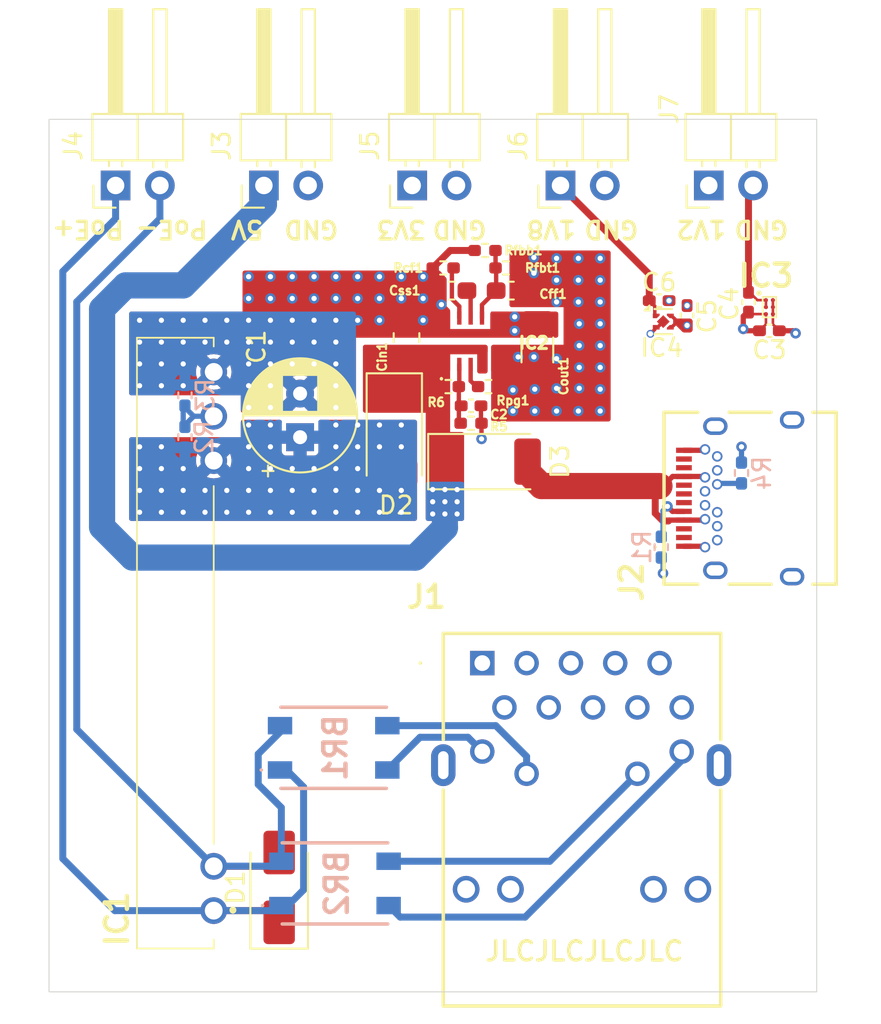
<source format=kicad_pcb>
(kicad_pcb (version 20240108) (generator "pcbnew") (generator_version "8.0")
  (layers (0 "F.Cu" signal) (1 "In1.Cu" power "VCC.Cu") (2 "In2.Cu" power "GND.Cu") (31 "B.Cu" signal) (34 "B.Paste" user) (35 "F.Paste" user) (36 "B.SilkS" user "B.Silkscreen") (37 "F.SilkS" user "F.Silkscreen") (38 "B.Mask" user) (39 "F.Mask" user) (44 "Edge.Cuts" user))
  (net 0 "")
  (net 1 "/VIN_poe+")
  (net 2 "/PoE-VC1")
  (net 3 "/VIN_poe-")
  (net 4 "/PoE-VC2")
  (net 5 "/PoE-VC3")
  (net 6 "/PoE-VC4")
  (net 7 "+5V")
  (net 8 "GND")
  (net 9 "Net-(IC2-FB)")
  (net 10 "Net-(IC2-SS{slash}TR)")
  (net 11 "Net-(IC1-OADJ)")
  (net 12 "Net-(IC2-COMP{slash}FSET)")
  (net 13 "Net-(IC2-PG)")
  (net 26 "/power/+5V_poe")
  (net 34 "Net-(J2-CC2)")
  (net 42 "Net-(J2-CC1)")
  (net 45 "/power/USB_VBUS")
  (net 46 "+1V2")
  (net 47 "Net-(IC2-EN)")
  (net 48 "+3V3")
  (net 49 "+1V8")
  (footprint "Capacitor_SMD:C_0402_1005Metric_Pad0.74x0.62mm_HandSolder" (layer "F.Cu") (at 102.9 49.465 -90)
    (property "Reference" "C4")
    (property "Value" "10u")
  )
  (footprint "Diode_SMD:D_2010_5025Metric_Pad1.52x2.65mm_HandSolder" (layer "F.Cu") (at 87.9 58.6)
    (property "Reference" "D3")
    (property "Value" "RB080AR-40T7R")
  )
  (footprint "Resistor_SMD:R_0402_1005Metric_Pad0.72x0.64mm_HandSolder" (layer "F.Cu") (at 87.8 46.5 180)
    (property "Reference" "Rfbb1")
    (property "Value" "100k")
  )
  (footprint "Connector_PinHeader_2.54mm:PinHeader_1x02_P2.54mm_Horizontal" (layer "F.Cu") (at 66.625 42.775 90)
    (property "Reference" "J4")
    (property "Value" "Conn_01x02_Pin")
  )
  (footprint "Capacitor_SMD:C_1206_3216Metric_Pad1.33x1.80mm_HandSolder" (layer "F.Cu") (at 90.8 52.2 90)
    (property "Reference" "Cout1")
    (property "Value" "47u")
  )
  (footprint "extras:TPSM82810SILR" (layer "F.Cu") (at 86.975 51.7 90)
    (property "Reference" "IC2")
    (property "Value" "TPSM82810SILR" (hide yes))
  )
  (footprint "Connector_PinHeader_2.54mm:PinHeader_1x02_P2.54mm_Horizontal" (layer "F.Cu") (at 75.125 42.775 90)
    (property "Reference" "J3")
    (property "Value" "Conn_01x02_Pin")
  )
  (footprint "Resistor_SMD:R_0402_1005Metric_Pad0.72x0.64mm_HandSolder" (layer "F.Cu") (at 88 54.3)
    (property "Reference" "Rpg1")
    (property "Value" "100k")
  )
  (footprint "Capacitor_SMD:C_0603_1608Metric_Pad1.08x0.95mm_HandSolder" (layer "F.Cu") (at 89.3 48.8 180)
    (property "Reference" "Cff1")
    (property "Value" "10p")
  )
  (footprint "Capacitor_SMD:C_0402_1005Metric_Pad0.74x0.62mm_HandSolder" (layer "F.Cu") (at 87 55.4)
    (property "Reference" "C2")
    (property "Value" "10u")
  )
  (footprint "extras:USB405603A" (layer "F.Cu") (at 105.4 60.7 90)
    (property "Reference" "J2")
    (property "Value" "USB4056-03-A" (hide yes))
  )
  (footprint "extras:BGA6C40P2X3_78X118X36" (layer "F.Cu") (at 104.1 49.745)
    (property "Reference" "IC3")
    (property "Value" "LD57100J120R" (hide yes))
  )
  (footprint "Capacitor_SMD:C_0805_2012Metric_Pad1.18x1.45mm_HandSolder" (layer "F.Cu") (at 83.3 51.5 90)
    (property "Reference" "Cin1")
    (property "Value" "22u")
  )
  (footprint "Resistor_SMD:R_0402_1005Metric_Pad0.72x0.64mm_HandSolder" (layer "F.Cu") (at 85.4 47.5 180)
    (property "Reference" "Rcf1")
    (property "Value" "10k")
  )
  (footprint "Diode_SMD:D_SMA" (layer "F.Cu") (at 76 83 90)
    (property "Reference" "D1")
    (property "Value" "SMAJ58A")
  )
  (footprint "Capacitor_SMD:C_0402_1005Metric_Pad0.74x0.62mm_HandSolder" (layer "F.Cu") (at 99.38 50.225 90)
    (property "Reference" "C5")
    (property "Value" "1u")
  )
  (footprint "Capacitor_SMD:C_0603_1608Metric_Pad1.08x0.95mm_HandSolder" (layer "F.Cu") (at 85.9 48.8 180)
    (property "Reference" "Css1")
    (property "Value" "4.7n")
  )
  (footprint "Resistor_SMD:R_0402_1005Metric_Pad0.72x0.64mm_HandSolder" (layer "F.Cu") (at 89 47.5 180)
    (property "Reference" "Rfbt1")
    (property "Value" "453k")
  )
  (footprint "extras:PEM1405" (layer "F.Cu") (at 75 69 90)
    (property "Reference" "IC1")
    (property "Value" "PEM1405" (hide yes))
  )
  (footprint "Capacitor_SMD:C_0402_1005Metric_Pad0.74x0.62mm_HandSolder" (layer "F.Cu") (at 97.78 49.375)
    (property "Reference" "C6")
    (property "Value" "1u")
  )
  (footprint "Capacitor_THT:CP_Radial_D6.3mm_P2.50mm" (layer "F.Cu") (at 77.2 57.2 90)
    (property "Reference" "C1")
    (property "Value" "470u")
  )
  (footprint "extras:23379928" (layer "F.Cu") (at 87.6425 70.145)
    (property "Reference" "J1")
    (property "Value" "2337992-8" (hide yes))
  )
  (footprint "Package_DFN_QFN:OnSemi_XDFN4-1EP_1.0x1.0mm_EP0.52x0.52mm" (layer "F.Cu") (at 98.015 50.575)
    (property "Reference" "IC4")
    (property "Value" "NCP177AMX180TCG")
  )
  (footprint "Resistor_SMD:R_0402_1005Metric_Pad0.72x0.64mm_HandSolder" (layer "F.Cu") (at 85.7 54.3)
    (property "Reference" "R6")
    (property "Value" "12.1k")
  )
  (footprint "Connector_PinHeader_2.54mm:PinHeader_1x02_P2.54mm_Horizontal" (layer "F.Cu") (at 100.625 42.775 90)
    (property "Reference" "J7")
    (property "Value" "Conn_01x02_Pin")
  )
  (footprint "Connector_PinHeader_2.54mm:PinHeader_1x02_P2.54mm_Horizontal" (layer "F.Cu") (at 83.625 42.775 90)
    (property "Reference" "J5")
    (property "Value" "Conn_01x02_Pin")
  )
  (footprint "Connector_PinHeader_2.54mm:PinHeader_1x02_P2.54mm_Horizontal" (layer "F.Cu") (at 92.125 42.775 90)
    (property "Reference" "J6")
    (property "Value" "Conn_01x02_Pin")
  )
  (footprint "Capacitor_SMD:C_0402_1005Metric_Pad0.74x0.62mm_HandSolder" (layer "F.Cu") (at 104.1 51.1 180)
    (property "Reference" "C3")
    (property "Value" "1u / 4.7u")
  )
  (footprint "Diode_SMD:D_2010_5025Metric_Pad1.52x2.65mm_HandSolder" (layer "F.Cu") (at 82.6 56.9 -90)
    (property "Reference" "D2")
    (property "Value" "RB080AR-40T7R")
  )
  (footprint "Resistor_SMD:R_0402_1005Metric_Pad0.72x0.64mm_HandSolder" (layer "F.Cu") (at 87 56.4)
    (property "Reference" "R5")
    (property "Value" "4.7k")
  )
  (footprint "Resistor_SMD:R_0402_1005Metric_Pad0.72x0.64mm_HandSolder" (layer "B.Cu") (at 70.6 57.2 -90)
    (property "Reference" "R2")
    (property "Value" "R_Small")
  )
  (footprint "Resistor_SMD:R_0402_1005Metric_Pad0.72x0.64mm_HandSolder" (layer "B.Cu") (at 102.5 59.25 90)
    (property "Reference" "R4")
    (property "Value" "5.1k")
  )
  (footprint "Resistor_SMD:R_0402_1005Metric_Pad0.72x0.64mm_HandSolder" (layer "B.Cu") (at 97.9 63.5 -90)
    (property "Reference" "R1")
    (property "Value" "5.1k")
  )
  (footprint "extras:CDHD01" (layer "B.Cu") (at 79.2 82.77 -90)
    (property "Reference" "BR2")
    (property "Value" "CD-HD01" (hide yes))
  )
  (footprint "Resistor_SMD:R_0402_1005Metric_Pad0.72x0.64mm_HandSolder" (layer "B.Cu") (at 70.6 54.8 90)
    (property "Reference" "R3")
    (property "Value" "R_Small")
  )
  (footprint "extras:CDHD01" (layer "B.Cu") (at 79.125 75 -90)
    (property "Reference" "BR1")
    (property "Value" "CD-HD01" (hide yes))
  )
  (gr_rect (start 62.81 38.985) (end 106.81 88.985) (stroke (width 0.05)) (fill none) (layer "Edge.Cuts"))
  (gr_text "3V3" (at 84.5 44.7 180) (layer "F.SilkS") (effects (font (size 1 1) (thickness 0.2) (bold yes)) (justify left bottom)))
  (gr_text "1V2" (at 101.7 44.7 180) (layer "F.SilkS") (effects (font (size 1 1) (thickness 0.2) (bold yes)) (justify left bottom)))
  (gr_text "JLCJLCJLCJLC" (at 87.7 87.3 0) (layer "F.SilkS") (effects (font (size 1.1 1.1) (thickness 0.2) (bold yes)) (justify left bottom)))
  (gr_text "PoE-" (at 72 44.7 180) (layer "F.SilkS") (effects (font (size 1 1) (thickness 0.2) (bold yes)) (justify left bottom)))
  (gr_text "GND" (at 88 44.7 180) (layer "F.SilkS") (effects (font (size 1 1) (thickness 0.2) (bold yes)) (justify left bottom)))
  (gr_text "GND" (at 96.7 44.7 180) (layer "F.SilkS") (effects (font (size 1 1) (thickness 0.2) (bold yes)) (justify left bottom)))
  (gr_text "PoE+" (at 67.2 44.7 180) (layer "F.SilkS") (effects (font (size 1 1) (thickness 0.2) (bold yes)) (justify left bottom)))
  (gr_text "5V" (at 75.2 44.7 180) (layer "F.SilkS") (effects (font (size 1 1) (thickness 0.2) (bold yes)) (justify left bottom)))
  (gr_text "GND" (at 105.3 44.7 180) (layer "F.SilkS") (effects (font (size 1 1) (thickness 0.2) (bold yes)) (justify left bottom)))
  (gr_text "1V8" (at 93.1 44.7 180) (layer "F.SilkS") (effects (font (size 1 1) (thickness 0.2) (bold yes)) (justify left bottom)))
  (gr_text "GND" (at 79.5 44.7 180) (layer "F.SilkS") (effects (font (size 1 1) (thickness 0.2) (bold yes)) (justify left bottom)))
  (segment (start 75.33 84.33) (end 72.25 84.33) (width 0.4) (layer "F.Cu") (net 1))
  (segment (start 66.625 44.675) (end 66.625 42.775) (width 0.4) (layer "B.Cu") (net 1))
  (segment (start 63.6 81.35) (end 63.6 47.7) (width 0.4) (layer "B.Cu") (net 1))
  (segment (start 76.209996 84.330004) (end 72.250004 84.330004) (width 0.4) (layer "B.Cu") (net 1))
  (segment (start 63.6 47.7) (end 66.625 44.675) (width 0.4) (layer "B.Cu") (net 1))
  (segment (start 77.4 83.14) (end 76.209996 84.330004) (width 0.4) (layer "B.Cu") (net 1))
  (segment (start 77.4 77.245) (end 77.4 83.14) (width 0.4) (layer "B.Cu") (net 1))
  (segment (start 76.425 76.27) (end 77.4 77.245) (width 0.4) (layer "B.Cu") (net 1))
  (segment (start 66.58 84.33) (end 63.6 81.35) (width 0.4) (layer "B.Cu") (net 1))
  (segment (start 72.25 84.33) (end 66.58 84.33) (width 0.4) (layer "B.Cu") (net 1))
  (segment (start 86.8225 74.395) (end 84.075 74.395) (width 0.4) (layer "B.Cu") (net 2))
  (segment (start 84.075 74.395) (end 82.2 76.27) (width 0.4) (layer "B.Cu") (net 2))
  (segment (start 87.6425 75.215) (end 86.8225 74.395) (width 0.4) (layer "B.Cu") (net 2))
  (segment (start 76 81) (end 75.21 81.79) (width 0.4) (layer "F.Cu") (net 3))
  (segment (start 75.21 81.79) (end 72.25 81.79) (width 0.4) (layer "F.Cu") (net 3))
  (segment (start 64.4 49.44) (end 69.165 44.675) (width 0.4) (layer "B.Cu") (net 3))
  (segment (start 72.25 81.79) (end 64.4 73.94) (width 0.4) (layer "B.Cu") (net 3))
  (segment (start 64.4 73.94) (end 64.4 49.44) (width 0.4) (layer "B.Cu") (net 3))
  (segment (start 74.8 77.1) (end 76.125 78.425) (width 0.4) (layer "B.Cu") (net 3))
  (segment (start 69.165 44.675) (end 69.165 42.775) (width 0.4) (layer "B.Cu") (net 3))
  (segment (start 74.8 75.355) (end 74.8 77.1) (width 0.4) (layer "B.Cu") (net 3))
  (segment (start 76.425 73.73) (end 74.8 75.355) (width 0.4) (layer "B.Cu") (net 3))
  (segment (start 76.219287 81.780713) (end 72.259287 81.780713) (width 0.4) (layer "B.Cu") (net 3))
  (segment (start 76.125 78.425) (end 76.125 81.5) (width 0.4) (layer "B.Cu") (net 3))
  (segment (start 90.1825 75.495051) (end 88.417449 73.73) (width 0.4) (layer "B.Cu") (net 4))
  (segment (start 90.1825 76.485) (end 90.1825 75.495051) (width 0.4) (layer "B.Cu") (net 4))
  (segment (start 88.417449 73.73) (end 82.2 73.73) (width 0.4) (layer "B.Cu") (net 4))
  (segment (start 91.5175 81.5) (end 82.275 81.5) (width 0.4) (layer "B.Cu") (net 5))
  (segment (start 96.5325 76.485) (end 91.5175 81.5) (width 0.4) (layer "B.Cu") (net 5))
  (segment (start 82.935 84.7) (end 82.275 84.04) (width 0.4) (layer "B.Cu") (net 6))
  (segment (start 99.0725 75.7275) (end 90.1 84.7) (width 0.4) (layer "B.Cu") (net 6))
  (segment (start 99.0725 75.215) (end 99.0725 75.7275) (width 0.4) (layer "B.Cu") (net 6))
  (segment (start 90.1 84.7) (end 82.935 84.7) (width 0.4) (layer "B.Cu") (net 6))
  (via (at 85.5 61.6) (size 0.6) (drill 0.3) (layers "F.Cu" "B.Cu") (net 7))
  (via (at 84.8 60.2) (size 0.6) (drill 0.3) (layers "F.Cu" "B.Cu") (net 7))
  (via (at 85.5 60.9) (size 0.6) (drill 0.3) (layers "F.Cu" "B.Cu") (net 7))
  (via (at 84.8 60.9) (size 0.6) (drill 0.3) (layers "F.Cu" "B.Cu") (net 7))
  (via (at 84.8 61.6) (size 0.6) (drill 0.3) (layers "F.Cu" "B.Cu") (net 7))
  (via (at 86.2 60.2) (size 0.6) (drill 0.3) (layers "F.Cu" "B.Cu") (net 7))
  (via (at 86.2 61.6) (size 0.6) (drill 0.3) (layers "F.Cu" "B.Cu") (net 7))
  (via (at 85.5 60.2) (size 0.6) (drill 0.3) (layers "F.Cu" "B.Cu") (net 7))
  (via (at 86.2 60.9) (size 0.6) (drill 0.3) (layers "F.Cu" "B.Cu") (net 7))
  (segment (start 85.5 62.4) (end 85.5 61.6) (width 1.5) (layer "B.Cu") (net 7))
  (segment (start 70.5 48.5) (end 67.2 48.5) (width 1.5) (layer "B.Cu") (net 7))
  (segment (start 65.85 49.85) (end 65.85 62.35) (width 1.5) (layer "B.Cu") (net 7))
  (segment (start 65.85 62.35) (end 67.6 64.1) (width 1.5) (layer "B.Cu") (net 7))
  (segment (start 67.2 48.5) (end 65.85 49.85) (width 1.5) (layer "B.Cu") (net 7))
  (segment (start 83.8 64.1) (end 85.5 62.4) (width 1.5) (layer "B.Cu") (net 7))
  (segment (start 70.5 48.5) (end 75.125 43.875) (width 1.5) (layer "B.Cu") (net 7))
  (segment (start 75.125 43.875) (end 75.125 42.775) (width 1.5) (layer "B.Cu") (net 7))
  (segment (start 67.6 64.1) (end 83.8 64.1) (width 1.5) (layer "B.Cu") (net 7))
  (segment (start 99.2 57.95) (end 100.36 57.95) (width 0.3) (layer "F.Cu") (net 8))
  (segment (start 103.9 50.145) (end 103.0775 50.145) (width 0.15) (layer "F.Cu") (net 8))
  (segment (start 103.5325 51.1) (end 102.705 51.1) (width 0.3) (layer "F.Cu") (net 8))
  (segment (start 87.5675 55.3) (end 87.5675 56.37) (width 0.25) (layer "F.Cu") (net 8))
  (segment (start 97.69 50.9) (end 97.53 50.9) (width 0.2) (layer "F.Cu") (net 8))
  (segment (start 102.705 51.1) (end 102.6 50.995) (width 0.3) (layer "F.Cu") (net 8))
  (segment (start 98.015 50.575) (end 97.69 50.9) (width 0.2) (layer "F.Cu") (net 8))
  (segment (start 87.5675 56.37) (end 87.5975 56.4) (width 0.25) (layer "F.Cu") (net 8))
  (segment (start 87.6 57.3) (end 87.5975 57.2975) (width 0.25) (layer "F.Cu") (net 8))
  (segment (start 102.6 50.2675) (end 102.6 50.995) (width 0.3) (layer "F.Cu") (net 8))
  (segment (start 102.9 49.9675) (end 102.6 50.2675) (width 0.3) (layer "F.Cu") (net 8))
  (segment (start 84.8025 47.5) (end 85.8025 46.5) (width 0.4) (layer "F.Cu") (net 8))
  (segment (start 99.2 63.45) (end 100.36 63.45) (width 0.3) (layer "F.Cu") (net 8))
  (segment (start 103.9 50.7325) (end 103.5325 51.1) (width 0.15) (layer "F.Cu") (net 8))
  (segment (start 97.53 51.025) (end 97.28 51.275) (width 0.2) (layer "F.Cu") (net 8))
  (segment (start 87.5975 57.2975) (end 87.5975 56.4) (width 0.25) (layer "F.Cu") (net 8))
  (segment (start 85.8025 46.5) (end 87.2025 46.5) (width 0.4) (layer "F.Cu") (net 8))
  (segment (start 103.0775 50.145) (end 102.9 49.9675) (width 0.15) (layer "F.Cu") (net 8))
  (segment (start 103.9 50.145) (end 103.9 50.7325) (width 0.15) (layer "F.Cu") (net 8))
  (segment (start 97.53 50.9) (end 97.53 51.025) (width 0.2) (layer "F.Cu") (net 8))
  (via (at 76.75 48) (size 0.6) (drill 0.3) (layers "F.Cu" "B.Cu") (net 8))
  (via (at 70.5 51.75) (size 0.6) (drill 0.3) (layers "F.Cu" "B.Cu") (net 8))
  (via (at 79.25 48) (size 0.6) (drill 0.3) (layers "F.Cu" "B.Cu") (net 8))
  (via (at 83 49.25) (size 0.6) (drill 0.3) (layers "F.Cu" "B.Cu") (net 8))
  (via (at 76.75 49.25) (size 0.6) (drill 0.3) (layers "F.Cu" "B.Cu") (net 8))
  (via (at 74.25 49.25) (size 0.6) (drill 0.3) (layers "F.Cu" "B.Cu") (net 8))
  (via (at 75.5 53) (size 0.6) (drill 0.3) (layers "F.Cu" "B.Cu") (net 8))
  (via (at 76.75 51.75) (size 0.6) (drill 0.3) (layers "F.Cu" "B.Cu") (net 8))
  (via (at 80.5 49.25) (size 0.6) (drill 0.3) (layers "F.Cu" "B.Cu") (net 8))
  (via (at 75.5 54.25) (size 0.6) (drill 0.3) (layers "F.Cu" "B.Cu") (net 8))
  (via (at 78 49.25) (size 0.6) (drill 0.3) (layers "F.Cu" "B.Cu") (net 8))
  (via (at 79.25 53) (size 0.6) (drill 0.3) (layers "F.Cu" "B.Cu") (net 8))
  (via (at 84.25 49.25) (size 0.6) (drill 0.3) (layers "F.Cu" "B.Cu") (net 8))
  (via (at 80.5 50.5) (size 0.6) (drill 0.3) (layers "F.Cu" "B.Cu") (net 8))
  (via (at 98.3475 49.375) (size 0.45) (drill 0.3) (layers "F.Cu" "B.Cu") (net 8))
  (via (at 81.75 48) (size 0.6) (drill 0.3) (layers "F.Cu" "B.Cu") (net 8))
  (via (at 83 48) (size 0.6) (drill 0.3) (layers "F.Cu" "B.Cu") (net 8))
  (via (at 69.25 53) (size 0.6) (drill 0.3) (layers "F.Cu" "B.Cu") (net 8))
  (via (at 84.25 48) (size 0.6) (drill 0.3) (layers "F.Cu" "B.Cu") (net 8))
  (via (at 74.25 48) (size 0.6) (drill 0.3) (layers "F.Cu" "B.Cu") (net 8))
  (via (at 75.5 50.5) (size 0.6) (drill 0.3) (layers "F.Cu" "B.Cu") (net 8))
  (via (at 71.75 51.75) (size 0.6) (drill 0.3) (layers "F.Cu" "B.Cu") (net 8))
  (via (at 80.5 48) (size 0.6) (drill 0.3) (layers "F.Cu" "B.Cu") (net 8))
  (via (at 73 51.75) (size 0.6) (drill 0.3) (layers "F.Cu" "B.Cu") (net 8))
  (via (at 75.5 55.5) (size 0.6) (drill 0.3) (layers "F.Cu" "B.Cu") (net 8))
  (via (at 99.38 49.6575) (size 0.45) (drill 0.3) (layers "F.Cu" "B.Cu") (net 8))
  (via (at 79.25 55.5) (size 0.6) (drill 0.3) (layers "F.Cu" "B.Cu") (net 8))
  (via (at 75.5 48) (size 0.6) (drill 0.3) (layers "F.Cu" "B.Cu") (net 8))
  (via (at 76.75 53) (size 0.6) (drill 0.3) (layers "F.Cu" "B.Cu") (net 8))
  (via (at 81.75 50.5) (size 0.6) (drill 0.3) (layers "F.Cu" "B.Cu") (net 8))
  (via (at 68 50.5) (size 0.6) (drill 0.3) (layers "F.Cu" "B.Cu") (net 8))
  (via (at 69.25 54.25) (size 0.6) (drill 0.3) (layers "F.Cu" "B.Cu") (net 8))
  (via (at 78 50.5) (size 0.6) (drill 0.3) (layers "F.Cu" "B.Cu") (net 8))
  (via (at 78 53) (size 0.6) (drill 0.3) (layers "F.Cu" "B.Cu") (net 8))
  (via (at 79.25 51.75) (size 0.6) (drill 0.3) (layers "F.Cu" "B.Cu") (net 8))
  (via (at 70.5 53) (size 0.6) (drill 0.3) (layers "F.Cu" "B.Cu") (net 8))
  (via (at 79.25 49.25) (size 0.6) (drill 0.3) (layers "F.Cu" "B.Cu") (net 8))
  (via (at 102.5 57.75) (size 0.6) (drill 0.3) (layers "F.Cu" "B.Cu") (net 8))
  (via (at 87.6 57.3) (size 0.6) (drill 0.3) (layers "F.Cu" "B.Cu") (net 8))
  (via (at 71.75 50.5) (size 0.6) (drill 0.3) (layers "F.Cu" "B.Cu") (net 8))
  (via (at 70.5 54.25) (size 0.6) (drill 0.3) (layers "F.Cu" "B.Cu") (net 8))
  (via (at 75.5 49.25) (size 0.6) (drill 0.3) (layers "F.Cu" "B.Cu") (net 8))
  (via (at 84.25 50.5) (size 0.6) (drill 0.3) (layers "F.Cu" "B.Cu") (net 8))
  (via (at 74.25 54.25) (size 0.6) (drill 0.3) (layers "F.Cu" "B.Cu") (net 8))
  (via (at 79.25 50.5) (size 0.6) (drill 0.3) (layers "F.Cu" "B.Cu") (net 8))
  (via (at 74.25 55.5) (size 0.6) (drill 0.3) (layers "F.Cu" "B.Cu") (net 8))
  (via (at 69.25 50.5) (size 0.6) (drill 0.3) (layers "F.Cu" "B.Cu") (net 8))
  (via (at 89.5 50.3) (size 0.6) (drill 0.3) (layers "F.Cu" "B.Cu") (net 8))
  (via (at 74.25 50.5) (size 0.6) (drill 0.3) (layers "F.Cu" "B.Cu") (net 8))
  (via (at 68 54.25) (size 0.6) (drill 0.3) (layers "F.Cu" "B.Cu") (net 8))
  (via (at 81.75 49.25) (size 0.6) (drill 0.3) (layers "F.Cu" "B.Cu") (net 8))
  (via (at 68 53) (size 0.6) (drill 0.3) (layers "F.Cu" "B.Cu") (net 8))
  (via (at 74.25 51.75) (size 0.6) (drill 0.3) (layers "F.Cu" "B.Cu") (net 8))
  (via (at 97.28 51.275) (size 0.45) (drill 0.3) (layers "F.Cu" "B.Cu") (net 8))
  (via (at 79.25 54.25) (size 0.6) (drill 0.3) (layers "F.Cu" "B.Cu") (net 8))
  (via (at 74.25 53) (size 0.6) (drill 0.3) (layers "F.Cu" "B.Cu") (net 8))
  (via (at 73 50.5) (size 0.6) (drill 0.3) (layers "F.Cu" "B.Cu") (net 8))
  (via (at 98 65) (size 0.6) (drill 0.3) (layers "F.Cu" "B.Cu") (net 8))
  (via (at 75.5 51.75) (size 0.6) (drill 0.3) (layers "F.Cu" "B.Cu") (net 8))
  (via (at 68 51.75) (size 0.6) (drill 0.3) (layers "F.Cu" "B.Cu") (net 8))
  (via (at 69.25 51.75) (size 0.6) (drill 0.3) (layers "F.Cu" "B.Cu") (net 8))
  (via (at 76.75 50.5) (size 0.6) (drill 0.3) (layers "F.Cu" "B.Cu") (net 8))
  (via (at 102.6 50.995) (size 0.6) (drill 0.3) (layers "F.Cu" "B.Cu") (net 8))
  (via (at 89.5 51.1) (size 0.6) (drill 0.3) (layers "F.Cu" "B.Cu") (net 8))
  (via (at 78 48) (size 0.6) (drill 0.3) (layers "F.Cu" "B.Cu") (net 8))
  (via (at 78 51.75) (size 0.6) (drill 0.3) (layers "F.Cu" "B.Cu") (net 8))
  (via (at 85.3 49.6) (size 0.6) (drill 0.3) (layers "F.Cu" "B.Cu") (net 8))
  (via (at 70.5 50.5) (size 0.6) (drill 0.3) (layers "F.Cu" "B.Cu") (net 8))
  (segment (start 98 64.0975) (end 98 65) (width 0.3) (layer "B.Cu") (net 8))
  (segment (start 102.5 58.6525) (end 102.5 57.75) (width 0.3) (layer "B.Cu") (net 8))
  (segment (start 88.4025 46.505) (end 88.3975 46.5) (width 0.25) (layer "F.Cu") (net 9))
  (segment (start 87.625 50.375) (end 87.625 49.6125) (width 0.25) (layer "F.Cu") (net 9))
  (segment (start 87.625 49.6125) (end 88.4375 48.8) (width 0.25) (layer "F.Cu") (net 9))
  (segment (start 88.4375 47.535) (end 88.4025 47.5) (width 0.25) (layer "F.Cu") (net 9))
  (segment (start 88.4375 48.8) (end 88.4375 47.535) (width 0.25) (layer "F.Cu") (net 9))
  (segment (start 88.4025 47.5) (end 88.4025 46.505) (width 0.25) (layer "F.Cu") (net 9))
  (segment (start 86.975 49.0125) (end 86.7625 48.8) (width 0.25) (layer "F.Cu") (net 10))
  (segment (start 87 49.0375) (end 86.7625 48.8) (width 0.25) (layer "F.Cu") (net 10))
  (segment (start 86.975 50.375) (end 86.975 49.0125) (width 0.25) (layer "F.Cu") (net 10))
  (segment (start 70.5 55.3975) (end 70.5 56.6025) (width 0.3) (layer "B.Cu") (net 11))
  (segment (start 70.5 55.3975) (end 71.1025 56) (width 0.3) (layer "B.Cu") (net 11))
  (segment (start 71.1025 56) (end 72.25 56) (width 0.3) (layer "B.Cu") (net 11))
  (segment (start 70.5 56.6025) (end 71.1025 56) (width 0.3) (layer "B.Cu") (net 11))
  (segment (start 85.9 47.5975) (end 85.9975 47.5) (width 0.25) (layer "F.Cu") (net 12))
  (segment (start 85.9 49.277076) (end 85.9 47.5975) (width 0.25) (layer "F.Cu") (net 12))
  (segment (start 86.325 49.702076) (end 85.9 49.277076) (width 0.25) (layer "F.Cu") (net 12))
  (segment (start 86.325 50.375) (end 86.325 49.702076) (width 0.25) (layer "F.Cu") (net 12))
  (segment (start 86.975 53.025) (end 86.975 53.9725) (width 0.25) (layer "F.Cu") (net 13))
  (segment (start 86.975 53.9725) (end 87.3025 54.3) (width 0.25) (layer "F.Cu") (net 13))
  (via (at 69.25 59) (size 0.6) (drill 0.3) (layers "F.Cu" "B.Cu") (net 26))
  (via (at 76.75 59) (size 0.6) (drill 0.3) (layers "F.Cu" "B.Cu") (net 26))
  (via (at 79.25 61.5) (size 0.6) (drill 0.3) (layers "F.Cu" "B.Cu") (net 26))
  (via (at 70.5 60.25) (size 0.6) (drill 0.3) (layers "F.Cu" "B.Cu") (net 26))
  (via (at 73 60.25) (size 0.6) (drill 0.3) (layers "F.Cu" "B.Cu") (net 26))
  (via (at 68 60.25) (size 0.6) (drill 0.3) (layers "F.Cu" "B.Cu") (net 26))
  (via (at 81.75 57.75) (size 0.6) (drill 0.3) (layers "F.Cu" "B.Cu") (net 26))
  (via (at 74.25 57.75) (size 0.6) (drill 0.3) (layers "F.Cu" "B.Cu") (net 26))
  (via (at 74.25 60.25) (size 0.6) (drill 0.3) (layers "F.Cu" "B.Cu") (net 26))
  (via (at 68 61.5) (size 0.6) (drill 0.3) (layers "F.Cu" "B.Cu") (net 26))
  (via (at 75.5 56.5) (size 0.6) (drill 0.3) (layers "F.Cu" "B.Cu") (net 26))
  (via (at 80.5 56.5) (size 0.6) (drill 0.3) (layers "F.Cu" "B.Cu") (net 26))
  (via (at 78 61.5) (size 0.6) (drill 0.3) (layers "F.Cu" "B.Cu") (net 26))
  (via (at 75.5 61.5) (size 0.6) (drill 0.3) (layers "F.Cu" "B.Cu") (net 26))
  (via (at 70.5 61.5) (size 0.6) (drill 0.3) (layers "F.Cu" "B.Cu") (net 26))
  (via (at 81.75 61.5) (size 0.6) (drill 0.3) (layers "F.Cu" "B.Cu") (net 26))
  (via (at 78 60.25) (size 0.6) (drill 0.3) (layers "F.Cu" "B.Cu") (net 26))
  (via (at 71.75 60.25) (size 0.6) (drill 0.3) (layers "F.Cu" "B.Cu") (net 26))
  (via (at 75.5 59) (size 0.6) (drill 0.3) (layers "F.Cu" "B.Cu") (net 26))
  (via (at 68 59) (size 0.6) (drill 0.3) (layers "F.Cu" "B.Cu") (net 26))
  (via (at 81.75 60.25) (size 0.6) (drill 0.3) (layers "F.Cu" "B.Cu") (net 26))
  (via (at 80.5 57.75) (size 0.6) (drill 0.3) (layers "F.Cu" "B.Cu") (net 26))
  (via (at 69.25 60.25) (size 0.6) (drill 0.3) (layers "F.Cu" "B.Cu") (net 26))
  (via (at 76.75 60.25) (size 0.6) (drill 0.3) (layers "F.Cu" "B.Cu") (net 26))
  (via (at 83 61.5) (size 0.6) (drill 0.3) (layers "F.Cu" "B.Cu") (net 26))
  (via (at 83 57.75) (size 0.6) (drill 0.3) (layers "F.Cu" "B.Cu") (net 26))
  (via (at 83 56.5) (size 0.6) (drill 0.3) (layers "F.Cu" "B.Cu") (net 26))
  (via (at 74.25 61.5) (size 0.6) (drill 0.3) (layers "F.Cu" "B.Cu") (net 26))
  (via (at 71.75 61.5) (size 0.6) (drill 0.3) (layers "F.Cu" "B.Cu") (net 26))
  (via (at 83 60.25) (size 0.6) (drill 0.3) (layers "F.Cu" "B.Cu") (net 26))
  (via (at 80.5 60.25) (size 0.6) (drill 0.3) (layers "F.Cu" "B.Cu") (net 26))
  (via (at 81.75 56.5) (size 0.6) (drill 0.3) (layers "F.Cu" "B.Cu") (net 26))
  (via (at 69.25 57.75) (size 0.6) (drill 0.3) (layers "F.Cu" "B.Cu") (net 26))
  (via (at 79.25 57.75) (size 0.6) (drill 0.3) (layers "F.Cu" "B.Cu") (net 26))
  (via (at 74.25 56.5) (size 0.6) (drill 0.3) (layers "F.Cu" "B.Cu") (net 26))
  (via (at 73 61.5) (size 0.6) (drill 0.3) (layers "F.Cu" "B.Cu") (net 26))
  (via (at 79.25 56.5) (size 0.6) (drill 0.3) (layers "F.Cu" "B.Cu") (net 26))
  (via (at 75.5 60.25) (size 0.6) (drill 0.3) (layers "F.Cu" "B.Cu") (net 26))
  (via (at 76.75 61.5) (size 0.6) (drill 0.3) (layers "F.Cu" "B.Cu") (net 26))
  (via (at 79.25 59) (size 0.6) (drill 0.3) (layers "F.Cu" "B.Cu") (net 26))
  (via (at 80.5 59) (size 0.6) (drill 0.3) (layers "F.Cu" "B.Cu") (net 26))
  (via (at 75.5 57.75) (size 0.6) (drill 0.3) (layers "F.Cu" "B.Cu") (net 26))
  (via (at 78 59) (size 0.6) (drill 0.3) (layers "F.Cu" "B.Cu") (net 26))
  (via (at 68 57.75) (size 0.6) (drill 0.3) (layers "F.Cu" "B.Cu") (net 26))
  (via (at 74.25 59) (size 0.6) (drill 0.3) (layers "F.Cu" "B.Cu") (net 26))
  (via (at 70.5 59) (size 0.6) (drill 0.3) (layers "F.Cu" "B.Cu") (net 26))
  (via (at 69.25 61.5) (size 0.6) (drill 0.3) (layers "F.Cu" "B.Cu") (net 26))
  (via (at 80.5 61.5) (size 0.6) (drill 0.3) (layers "F.Cu" "B.Cu") (net 26))
  (via (at 79.25 60.25) (size 0.6) (drill 0.3) (layers "F.Cu" "B.Cu") (net 26))
  (segment (start 102.5 59.8475) (end 101.1625 59.8475) (width 0.3) (layer "B.Cu") (net 34))
  (segment (start 98.540003 61.45) (end 99.2 61.45) (width 0.3) (layer "F.Cu") (net 42))
  (segment (start 98.254462 61.164459) (end 98.540003 61.45) (width 0.3) (layer "F.Cu") (net 42))
  (via (at 98.254462 61.164459) (size 0.6) (drill 0.3) (layers "F.Cu" "B.Cu") (net 42))
  (segment (start 98 61.418921) (end 98.254462 61.164459) (width 0.3) (layer "B.Cu") (net 42))
  (segment (start 98 62.9025) (end 98 61.418921) (width 0.3) (layer "B.Cu") (net 42))
  (segment (start 100.36 59.45) (end 99.2 59.45) (width 0.3) (layer "F.Cu") (net 45))
  (segment (start 100.36 61.95) (end 99.2 61.95) (width 0.3) (layer "F.Cu") (net 45))
  (segment (start 97.554462 60.245538) (end 97.554462 61.554462) (width 0.4) (layer "F.Cu") (net 45))
  (segment (start 97.8 60) (end 97.554462 60.245538) (width 0.4) (layer "F.Cu") (net 45))
  (segment (start 91.0375 60) (end 97.8 60) (width 1.5) (layer "F.Cu") (net 45))
  (segment (start 98 62) (end 98.312185 62) (width 0.4) (layer "F.Cu") (net 45))
  (segment (start 98.55 59.45) (end 99.2 59.45) (width 0.3) (layer "F.Cu") (net 45))
  (segment (start 90.5375 59.5) (end 91.0375 60) (width 1.5) (layer "F.Cu") (net 45))
  (segment (start 98.362185 61.95) (end 98.312185 62) (width 0.3) (layer "F.Cu") (net 45))
  (segment (start 98.4 59.6) (end 98.55 59.45) (width 0.3) (layer "F.Cu") (net 45))
  (segment (start 99.2 61.95) (end 98.362185 61.95) (width 0.3) (layer "F.Cu") (net 45))
  (segment (start 97.554462 61.554462) (end 98 62) (width 0.4) (layer "F.Cu") (net 45))
  (segment (start 102.9 43.04) (end 103.165 42.775) (width 0.4) (layer "F.Cu") (net 46))
  (segment (start 103.9 49.745) (end 103.9 49.345) (width 0.15) (layer "F.Cu") (net 46))
  (segment (start 103.9 49.345) (end 103.4125 49.345) (width 0.15) (layer "F.Cu") (net 46))
  (segment (start 102.9 48.8975) (end 102.9 43.04) (width 0.4) (layer "F.Cu") (net 46))
  (segment (start 103.4125 49.345) (end 102.9 48.8325) (width 0.15) (layer "F.Cu") (net 46))
  (segment (start 86.325 54.2725) (end 86.2975 54.3) (width 0.25) (layer "F.Cu") (net 47))
  (segment (start 86.325 53.025) (end 86.325 54.2725) (width 0.25) (layer "F.Cu") (net 47))
  (segment (start 86.2975 55.165) (end 86.4325 55.3) (width 0.25) (layer "F.Cu") (net 47))
  (segment (start 86.4025 56.4) (end 86.3 56.2975) (width 0.25) (layer "F.Cu") (net 47))
  (segment (start 86.3 55.4325) (end 86.4325 55.3) (width 0.25) (layer "F.Cu") (net 47))
  (segment (start 86.3 56.2975) (end 86.3 55.4325) (width 0.25) (layer "F.Cu") (net 47))
  (segment (start 86.2975 54.3) (end 86.2975 55.165) (width 0.25) (layer "F.Cu") (net 47))
  (segment (start 104.3 50.7325) (end 104.6675 51.1) (width 0.15) (layer "F.Cu") (net 48))
  (segment (start 104.6675 51.1) (end 105.455 51.1) (width 0.3) (layer "F.Cu") (net 48))
  (segment (start 98.682696 50.432696) (end 98.682696 50.717304) (width 0.2) (layer "F.Cu") (net 48))
  (segment (start 104.3 50.145) (end 104.3 50.7325) (width 0.15) (layer "F.Cu") (net 48))
  (segment (start 104.3 49.745) (end 104.3 50.145) (width 0.15) (layer "F.Cu") (net 48))
  (segment (start 105.455 51.1) (end 105.6 51.245) (width 0.3) (layer "F.Cu") (net 48))
  (segment (start 104.3 49.345) (end 104.3 49.745) (width 0.15) (layer "F.Cu") (net 48))
  (segment (start 98.5 50.25) (end 98.682696 50.432696) (width 0.2) (layer "F.Cu") (net 48))
  (segment (start 98.682696 50.717304) (end 98.5 50.9) (width 0.2) (layer "F.Cu") (net 48))
  (via (at 94.4 48.2) (size 0.6) (drill 0.3) (layers "F.Cu" "B.Cu") (net 48))
  (via (at 94.4 51.95) (size 0.6) (drill 0.3) (layers "F.Cu" "B.Cu") (net 48))
  (via (at 94.4 54.45) (size 0.6) (drill 0.3) (layers "F.Cu" "B.Cu") (net 48))
  (via (at 93.15 55.7) (size 0.6) (drill 0.3) (layers "F.Cu" "B.Cu") (net 48))
  (via (at 91.9 48.2) (size 0.6) (drill 0.3) (layers "F.Cu" "B.Cu") (net 48))
  (via (at 94.4 55.7) (size 0.6) (drill 0.3) (layers "F.Cu" "B.Cu") (net 48))
  (via (at 99.38 50.7925) (size 0.45) (drill 0.3) (layers "F.Cu" "B.Cu") (net 48))
  (via (at 89.7 52.6) (size 0.6) (drill 0.3) (layers "F.Cu" "B.Cu") (net 48))
  (via (at 93.15 46.95) (size 0.6) (drill 0.3) (layers "F.Cu" "B.Cu") (net 48))
  (via (at 89.4 55.7) (size 0.6) (drill 0.3) (layers "F.Cu" "B.Cu") (net 48))
  (via (at 94.4 53.2) (size 0.6) (drill 0.3) (layers "F.Cu" "B.Cu") (net 48))
  (via (at 89.4 54.5) (size 0.6) (drill 0.3) (layers "F.Cu" "B.Cu") (net 48))
  (via (at 93.15 48.2) (size 0.6) (drill 0.3) (layers "F.Cu" "B.Cu") (net 48))
  (via (at 91.9 52.7) (size 0.6) (drill 0.3) (layers "F.Cu" "B.Cu") (net 48))
  (via (at 105.6 51.245) (size 0.6) (drill 0.3) (layers "F.Cu" "B.Cu") (net 48))
  (via (at 90.6 47.8) (size 0.6) (drill 0.3) (layers "F.Cu" "B.Cu") (net 48))
  (via (at 90.65 54.45) (size 0.6) (drill 0.3) (layers "F.Cu" "B.Cu") (net 48))
  (via (at 93.2 54.4) (size 0.6) (drill 0.3) (layers "F.Cu" "B.Cu") (net 48))
  (via (at 91.9 54.4) (size 0.6) (drill 0.3) (layers "F.Cu" "B.Cu") (net 48))
  (via (at 93.2 50.7) (size 0.6) (drill 0.3) (layers "F.Cu" "B.Cu") (net 48))
  (via (at 90.65 55.7) (size 0.6) (drill 0.3) (layers "F.Cu" "B.Cu") (net 48))
  (via (at 94.4 46.95) (size 0.6) (drill 0.3) (layers "F.Cu" "B.Cu") (net 48))
  (via (at 94.4 50.7) (size 0.6) (drill 0.3) (layers "F.Cu" "B.Cu") (net 48))
  (via (at 91.9 49.45) (size 0.6) (drill 0.3) (layers "F.Cu" "B.Cu") (net 48))
  (via (at 94.4 49.45) (size 0.6) (drill 0.3) (layers "F.Cu" "B.Cu") (net 48))
  (via (at 90.6 52.6) (size 0.6) (drill 0.3) (layers "F.Cu" "B.Cu") (net 48))
  (via (at 93.2 53.2) (size 0.6) (drill 0.3) (layers "F.Cu" "B.Cu") (net 48))
  (via (at 91.9 55.7) (size 0.6) (drill 0.3) (layers "F.Cu" "B.Cu") (net 48))
  (via (at 90.6 46.9) (size 0.6) (drill 0.3) (layers "F.Cu" "B.Cu") (net 48))
  (via (at 91.9 46.95) (size 0.6) (drill 0.3) (layers "F.Cu" "B.Cu") (net 48))
  (via (at 93.15 49.45) (size 0.6) (drill 0.3) (layers "F.Cu" "B.Cu") (net 48))
  (via (at 93.2 51.95) (size 0.6) (drill 0.3) (layers "F.Cu" "B.Cu") (net 48))
  (segment (start 97.2125 47.8625) (end 97.2125 49.375) (width 0.4) (layer "F.Cu") (net 49))
  (segment (start 95.9 46.55) (end 97.2125 47.8625) (width 0.4) (layer "F.Cu") (net 49))
  (segment (start 97.53 49.6925) (end 97.2125 49.375) (width 0.2) (layer "F.Cu") (net 49))
  (segment (start 97.53 50.25) (end 97.53 49.6925) (width 0.2) (layer "F.Cu") (net 49))
  (segment (start 92.125 42.775) (end 95.9 46.55) (width 0.4) (layer "F.Cu") (net 49))
  (zone (net 48) (net_name "+3V3") (layer "F.Cu") (priority 6) (connect_pads yes (clearance 0)) (min_thickness 0.25) (fill yes (thermal_gap 0.5) (thermal_bridge_width 0.5))
    (polygon (pts (xy 99.6 50.4) (xy 98.6 50.4) (xy 98.6 50.65) (xy 99.15 51.2) (xy 99.6 51.2) (xy 99.7 51.1) (xy 99.7 50.5)))
  )
  (zone (net 7) (net_name "+5V") (layer "F.Cu") (priority 3) (connect_pads thru_hole_only (clearance 0)) (min_thickness 0.25) (fill yes (thermal_gap 0.25) (thermal_bridge_width 0.75))
    (polygon (pts (xy 84.2 51.9) (xy 87.95 51.9) (xy 87.95 53.55) (xy 87.35 53.55) (xy 87.35 52.45) (xy 85.8 52.45) (xy 85.8 56.9) (xy 86.6 56.9) (xy 86.6 62) (xy 84.4 62) (xy 84.4 55.8) (xy 80.8 55.8) (xy 80.8 51.9)))
  )
  (zone (net 26) (net_name "/power/+5V_poe") (layer "F.Cu") (priority 2) (connect_pads thru_hole_only (clearance 0)) (min_thickness 0.25) (fill yes (thermal_gap 0.25) (thermal_bridge_width 0.75))
    (polygon (pts (xy 73.8 57.2) (xy 73.8 56.2) (xy 83.9 56.2) (xy 83.9 62) (xy 67.4 62) (xy 67.4 57.2)))
  )
  (zone (net 8) (net_name "GND") (layer "F.Cu") (priority 2) (connect_pads thru_hole_only (clearance 0)) (min_thickness 0.25) (fill yes (thermal_gap 0.25) (thermal_bridge_width 0.75))
    (polygon (pts (xy 85.6 49.7) (xy 85.8 49.9) (xy 85.8 51) (xy 88.1 51) (xy 88.1 50) (xy 92 50) (xy 92 51.5) (xy 84.6 51.5) (xy 80.4 51.5) (xy 80.4 55.8) (xy 73.8 55.8) (xy 73.8 54.8) (xy 67.4 54.8) (xy 67.4 50) (xy 73.9 50) (xy 73.9 47.65) (xy 85.2 47.65) (xy 85.6 48.1)))
  )
  (zone (net 48) (net_name "+3V3") (layer "F.Cu") (priority 4) (connect_pads thru_hole_only (clearance 0)) (min_thickness 0.25) (fill yes (thermal_gap 0.5) (thermal_bridge_width 0.5))
    (polygon (pts (xy 88.15 51.9) (xy 92.3 51.9) (xy 92.3 49.75) (xy 89.2 49.75) (xy 89.2 46.5) (xy 95 46.5) (xy 95 56.3) (xy 88.15 56.3)))
  )
  (zone (net 7) (net_name "+5V") (layer "B.Cu") (priority 5) (connect_pads (clearance 0)) (min_thickness 0.25) (fill yes (thermal_gap 0.25) (thermal_bridge_width 0.75))
    (polygon (pts (xy 86.6 59.75) (xy 84.4 59.75) (xy 84.4 62) (xy 86.6 62)))
  )
  (zone (net 8) (net_name "GND") (layer "B.Cu") (priority 2) (connect_pads (clearance 0.5)) (min_thickness 0.25) (fill yes (thermal_gap 0.25) (thermal_bridge_width 0.75))
    (polygon (pts (xy 73.8 54.8) (xy 73.8 55.8) (xy 80.4 55.8) (xy 80.4 50) (xy 67.4 50) (xy 67.4 54.8)))
  )
  (zone (net 26) (net_name "/power/+5V_poe") (layer "B.Cu") (priority 2) (connect_pads (clearance 0.5)) (min_thickness 0.25) (fill yes (thermal_gap 0.25) (thermal_bridge_width 0.75))
    (polygon (pts (xy 73.8 57.2) (xy 73.8 56.2) (xy 83.9 56.2) (xy 83.9 62) (xy 67.4 62) (xy 67.4 57.2)))
  )
)
</source>
